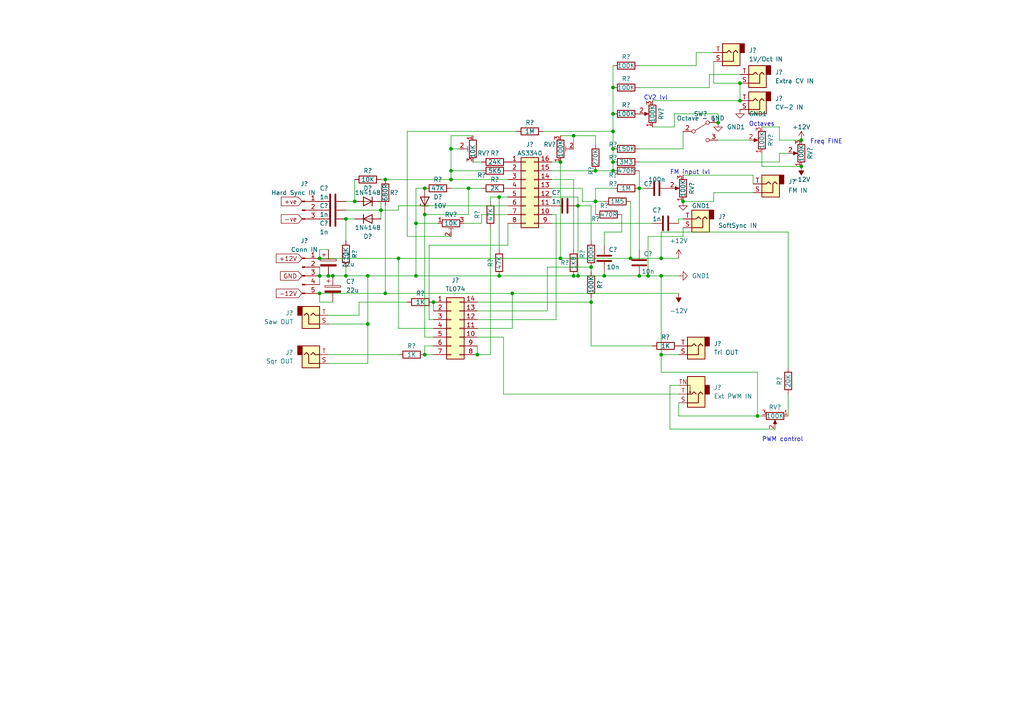
<source format=kicad_sch>
(kicad_sch (version 20211123) (generator eeschema)
  (paper "A4")
  (lib_symbols
    (symbol "Connector:AudioJack2"
      (property "Reference" "J" (at 0 8.89 0))
      (property "Value" "AudioJack2" (at 0 6.35 0))
      (symbol "AudioJack2_0_1"
        (rectangle (start -3.81 0) (end -2.54 -2.54) (stroke (width 0.254)) (fill (type outline)))
        (rectangle (start -2.54 3.81) (end 2.54 -2.54) (stroke (width 0.254)) (fill (type background)))
        (polyline (pts (xy 0 0) (xy 0.635 -0.635) (xy 1.27 0) (xy 2.54 0)) (stroke (width 0.254)))
        (polyline (pts (xy 2.54 2.54) (xy -0.635 2.54) (xy -0.635 0) (xy -1.27 -0.635) (xy -1.905 0)) (stroke (width 0.254)))
      )
      (symbol "AudioJack2_1_1"
        (pin passive line (at 5.08 2.54 180) (length 2.54) (name "~") (number "S"))
        (pin passive line (at 5.08 0 180) (length 2.54) (name "~") (number "T"))
      )
    )
    (symbol "Connector:AudioJack2_SwitchT"
      (property "Reference" "J" (at 0 8.89 0))
      (property "Value" "AudioJack2_SwitchT" (at 0 6.35 0))
      (symbol "AudioJack2_SwitchT_0_1"
        (rectangle (start -2.54 0) (end -3.81 -2.54) (stroke (width 0.254)) (fill (type outline)))
        (polyline (pts (xy 1.778 -0.254) (xy 2.032 -0.762)))
        (polyline (pts (xy 0 0) (xy 0.635 -0.635) (xy 1.27 0) (xy 2.54 0)) (stroke (width 0.254)))
        (polyline (pts (xy 2.54 -2.54) (xy 1.778 -2.54) (xy 1.778 -0.254) (xy 1.524 -0.762)))
        (polyline (pts (xy 2.54 2.54) (xy -0.635 2.54) (xy -0.635 0) (xy -1.27 -0.635) (xy -1.905 0)) (stroke (width 0.254)))
        (rectangle (start 2.54 3.81) (end -2.54 -5.08) (stroke (width 0.254)) (fill (type background)))
      )
      (symbol "AudioJack2_SwitchT_1_1"
        (pin passive line (at 5.08 2.54 180) (length 2.54) (name "~") (number "S"))
        (pin passive line (at 5.08 0 180) (length 2.54) (name "~") (number "T"))
        (pin passive line (at 5.08 -2.54 180) (length 2.54) (name "~") (number "TN"))
      )
    )
    (symbol "Connector:Conn_01x03_Male" (pin_names (offset 1.016) hide)
      (property "Reference" "J" (at 0 5.08 0))
      (property "Value" "Conn_01x03_Male" (at 0 -5.08 0))
      (symbol "Conn_01x03_Male_1_1"
        (polyline (pts (xy 1.27 -2.54) (xy 0.8636 -2.54)) (stroke (width 0.1524)))
        (polyline (pts (xy 1.27 0) (xy 0.8636 0)) (stroke (width 0.1524)))
        (polyline (pts (xy 1.27 2.54) (xy 0.8636 2.54)) (stroke (width 0.1524)))
        (rectangle (start 0.8636 -2.413) (end 0 -2.667) (stroke (width 0.1524)) (fill (type outline)))
        (rectangle (start 0.8636 0.127) (end 0 -0.127) (stroke (width 0.1524)) (fill (type outline)))
        (rectangle (start 0.8636 2.667) (end 0 2.413) (stroke (width 0.1524)) (fill (type outline)))
        (pin passive line (at 5.08 2.54 180) (length 3.81) (name "Pin_1") (number "1"))
        (pin passive line (at 5.08 0 180) (length 3.81) (name "Pin_2") (number "2"))
        (pin passive line (at 5.08 -2.54 180) (length 3.81) (name "Pin_3") (number "3"))
      )
    )
    (symbol "Connector:Conn_01x05_Male" (pin_names (offset 1.016) hide)
      (property "Reference" "J" (at 0 7.62 0))
      (property "Value" "Conn_01x05_Male" (at 0 -7.62 0))
      (symbol "Conn_01x05_Male_1_1"
        (polyline (pts (xy 1.27 -5.08) (xy 0.8636 -5.08)) (stroke (width 0.1524)))
        (polyline (pts (xy 1.27 -2.54) (xy 0.8636 -2.54)) (stroke (width 0.1524)))
        (polyline (pts (xy 1.27 0) (xy 0.8636 0)) (stroke (width 0.1524)))
        (polyline (pts (xy 1.27 2.54) (xy 0.8636 2.54)) (stroke (width 0.1524)))
        (polyline (pts (xy 1.27 5.08) (xy 0.8636 5.08)) (stroke (width 0.1524)))
        (rectangle (start 0.8636 -4.953) (end 0 -5.207) (stroke (width 0.1524)) (fill (type outline)))
        (rectangle (start 0.8636 -2.413) (end 0 -2.667) (stroke (width 0.1524)) (fill (type outline)))
        (rectangle (start 0.8636 0.127) (end 0 -0.127) (stroke (width 0.1524)) (fill (type outline)))
        (rectangle (start 0.8636 2.667) (end 0 2.413) (stroke (width 0.1524)) (fill (type outline)))
        (rectangle (start 0.8636 5.207) (end 0 4.953) (stroke (width 0.1524)) (fill (type outline)))
        (pin passive line (at 5.08 5.08 180) (length 3.81) (name "Pin_1") (number "1"))
        (pin passive line (at 5.08 2.54 180) (length 3.81) (name "Pin_2") (number "2"))
        (pin passive line (at 5.08 0 180) (length 3.81) (name "Pin_3") (number "3"))
        (pin passive line (at 5.08 -2.54 180) (length 3.81) (name "Pin_4") (number "4"))
        (pin passive line (at 5.08 -5.08 180) (length 3.81) (name "Pin_5") (number "5"))
      )
    )
    (symbol "Connector_Generic:Conn_02x07_Counter_Clockwise" (pin_names (offset 1.016) hide)
      (property "Reference" "J" (at 1.27 10.16 0))
      (property "Value" "Conn_02x07_Counter_Clockwise" (at 1.27 -10.16 0))
      (symbol "Conn_02x07_Counter_Clockwise_1_1"
        (rectangle (start -1.27 -7.493) (end 0 -7.747) (stroke (width 0.1524)))
        (rectangle (start -1.27 -4.953) (end 0 -5.207) (stroke (width 0.1524)))
        (rectangle (start -1.27 -2.413) (end 0 -2.667) (stroke (width 0.1524)))
        (rectangle (start -1.27 0.127) (end 0 -0.127) (stroke (width 0.1524)))
        (rectangle (start -1.27 2.667) (end 0 2.413) (stroke (width 0.1524)))
        (rectangle (start -1.27 5.207) (end 0 4.953) (stroke (width 0.1524)))
        (rectangle (start -1.27 7.747) (end 0 7.493) (stroke (width 0.1524)))
        (rectangle (start -1.27 8.89) (end 3.81 -8.89) (stroke (width 0.254)) (fill (type background)))
        (rectangle (start 3.81 -7.493) (end 2.54 -7.747) (stroke (width 0.1524)))
        (rectangle (start 3.81 -4.953) (end 2.54 -5.207) (stroke (width 0.1524)))
        (rectangle (start 3.81 -2.413) (end 2.54 -2.667) (stroke (width 0.1524)))
        (rectangle (start 3.81 0.127) (end 2.54 -0.127) (stroke (width 0.1524)))
        (rectangle (start 3.81 2.667) (end 2.54 2.413) (stroke (width 0.1524)))
        (rectangle (start 3.81 5.207) (end 2.54 4.953) (stroke (width 0.1524)))
        (rectangle (start 3.81 7.747) (end 2.54 7.493) (stroke (width 0.1524)))
        (pin passive line (at -5.08 7.62 0) (length 3.81) (name "Pin_1") (number "1"))
        (pin passive line (at 7.62 -2.54 180) (length 3.81) (name "Pin_10") (number "10"))
        (pin passive line (at 7.62 0 180) (length 3.81) (name "Pin_11") (number "11"))
        (pin passive line (at 7.62 2.54 180) (length 3.81) (name "Pin_12") (number "12"))
        (pin passive line (at 7.62 5.08 180) (length 3.81) (name "Pin_13") (number "13"))
        (pin passive line (at 7.62 7.62 180) (length 3.81) (name "Pin_14") (number "14"))
        (pin passive line (at -5.08 5.08 0) (length 3.81) (name "Pin_2") (number "2"))
        (pin passive line (at -5.08 2.54 0) (length 3.81) (name "Pin_3") (number "3"))
        (pin passive line (at -5.08 0 0) (length 3.81) (name "Pin_4") (number "4"))
        (pin passive line (at -5.08 -2.54 0) (length 3.81) (name "Pin_5") (number "5"))
        (pin passive line (at -5.08 -5.08 0) (length 3.81) (name "Pin_6") (number "6"))
        (pin passive line (at -5.08 -7.62 0) (length 3.81) (name "Pin_7") (number "7"))
        (pin passive line (at 7.62 -7.62 180) (length 3.81) (name "Pin_8") (number "8"))
        (pin passive line (at 7.62 -5.08 180) (length 3.81) (name "Pin_9") (number "9"))
      )
    )
    (symbol "Connector_Generic:Conn_02x08_Counter_Clockwise" (pin_names (offset 1.016) hide)
      (property "Reference" "J" (at 1.27 10.16 0))
      (property "Value" "Conn_02x08_Counter_Clockwise" (at 1.27 -12.7 0))
      (symbol "Conn_02x08_Counter_Clockwise_1_1"
        (rectangle (start -1.27 -10.033) (end 0 -10.287) (stroke (width 0.1524)))
        (rectangle (start -1.27 -7.493) (end 0 -7.747) (stroke (width 0.1524)))
        (rectangle (start -1.27 -4.953) (end 0 -5.207) (stroke (width 0.1524)))
        (rectangle (start -1.27 -2.413) (end 0 -2.667) (stroke (width 0.1524)))
        (rectangle (start -1.27 0.127) (end 0 -0.127) (stroke (width 0.1524)))
        (rectangle (start -1.27 2.667) (end 0 2.413) (stroke (width 0.1524)))
        (rectangle (start -1.27 5.207) (end 0 4.953) (stroke (width 0.1524)))
        (rectangle (start -1.27 7.747) (end 0 7.493) (stroke (width 0.1524)))
        (rectangle (start -1.27 8.89) (end 3.81 -11.43) (stroke (width 0.254)) (fill (type background)))
        (rectangle (start 3.81 -10.033) (end 2.54 -10.287) (stroke (width 0.1524)))
        (rectangle (start 3.81 -7.493) (end 2.54 -7.747) (stroke (width 0.1524)))
        (rectangle (start 3.81 -4.953) (end 2.54 -5.207) (stroke (width 0.1524)))
        (rectangle (start 3.81 -2.413) (end 2.54 -2.667) (stroke (width 0.1524)))
        (rectangle (start 3.81 0.127) (end 2.54 -0.127) (stroke (width 0.1524)))
        (rectangle (start 3.81 2.667) (end 2.54 2.413) (stroke (width 0.1524)))
        (rectangle (start 3.81 5.207) (end 2.54 4.953) (stroke (width 0.1524)))
        (rectangle (start 3.81 7.747) (end 2.54 7.493) (stroke (width 0.1524)))
        (pin passive line (at -5.08 7.62 0) (length 3.81) (name "Pin_1") (number "1"))
        (pin passive line (at 7.62 -7.62 180) (length 3.81) (name "Pin_10") (number "10"))
        (pin passive line (at 7.62 -5.08 180) (length 3.81) (name "Pin_11") (number "11"))
        (pin passive line (at 7.62 -2.54 180) (length 3.81) (name "Pin_12") (number "12"))
        (pin passive line (at 7.62 0 180) (length 3.81) (name "Pin_13") (number "13"))
        (pin passive line (at 7.62 2.54 180) (length 3.81) (name "Pin_14") (number "14"))
        (pin passive line (at 7.62 5.08 180) (length 3.81) (name "Pin_15") (number "15"))
        (pin passive line (at 7.62 7.62 180) (length 3.81) (name "Pin_16") (number "16"))
        (pin passive line (at -5.08 5.08 0) (length 3.81) (name "Pin_2") (number "2"))
        (pin passive line (at -5.08 2.54 0) (length 3.81) (name "Pin_3") (number "3"))
        (pin passive line (at -5.08 0 0) (length 3.81) (name "Pin_4") (number "4"))
        (pin passive line (at -5.08 -2.54 0) (length 3.81) (name "Pin_5") (number "5"))
        (pin passive line (at -5.08 -5.08 0) (length 3.81) (name "Pin_6") (number "6"))
        (pin passive line (at -5.08 -7.62 0) (length 3.81) (name "Pin_7") (number "7"))
        (pin passive line (at -5.08 -10.16 0) (length 3.81) (name "Pin_8") (number "8"))
        (pin passive line (at 7.62 -10.16 180) (length 3.81) (name "Pin_9") (number "9"))
      )
    )
    (symbol "Device:C" (pin_numbers hide) (pin_names (offset 0.254))
      (property "Reference" "C" (at 0.635 2.54 0))
      (property "Value" "C" (at 0.635 -2.54 0))
      (symbol "C_0_1"
        (polyline (pts (xy -2.032 -0.762) (xy 2.032 -0.762)) (stroke (width 0.508)))
        (polyline (pts (xy -2.032 0.762) (xy 2.032 0.762)) (stroke (width 0.508)))
      )
      (symbol "C_1_1"
        (pin passive line (at 0 3.81 270) (length 2.794) (name "~") (number "1"))
        (pin passive line (at 0 -3.81 90) (length 2.794) (name "~") (number "2"))
      )
    )
    (symbol "Device:C_Polarized" (pin_numbers hide) (pin_names (offset 0.254))
      (property "Reference" "C" (at 0.635 2.54 0))
      (property "Value" "C_Polarized" (at 0.635 -2.54 0))
      (symbol "C_Polarized_0_1"
        (rectangle (start -2.286 0.508) (end 2.286 1.016))
        (polyline (pts (xy -1.778 2.286) (xy -0.762 2.286)))
        (polyline (pts (xy -1.27 2.794) (xy -1.27 1.778)))
        (rectangle (start 2.286 -0.508) (end -2.286 -1.016) (fill (type outline)))
      )
      (symbol "C_Polarized_1_1"
        (pin passive line (at 0 3.81 270) (length 2.794) (name "~") (number "1"))
        (pin passive line (at 0 -3.81 90) (length 2.794) (name "~") (number "2"))
      )
    )
    (symbol "Device:D_Zener" (pin_numbers hide) (pin_names (offset 1.016) hide)
      (property "Reference" "D" (at 0 2.54 0))
      (property "Value" "D_Zener" (at 0 -2.54 0))
      (symbol "D_Zener_0_1"
        (polyline (pts (xy 1.27 0) (xy -1.27 0)))
        (polyline (pts (xy -1.27 -1.27) (xy -1.27 1.27) (xy -0.762 1.27)) (stroke (width 0.254)))
        (polyline (pts (xy 1.27 -1.27) (xy 1.27 1.27) (xy -1.27 0) (xy 1.27 -1.27)) (stroke (width 0.254)))
      )
      (symbol "D_Zener_1_1"
        (pin passive line (at -3.81 0 0) (length 2.54) (name "K") (number "1"))
        (pin passive line (at 3.81 0 180) (length 2.54) (name "A") (number "2"))
      )
    )
    (symbol "Device:R" (pin_numbers hide) (pin_names (offset 0))
      (property "Reference" "R" (at 2.032 0 90))
      (property "Value" "R" (at 0 0 90))
      (symbol "R_0_1"
        (rectangle (start -1.016 -2.54) (end 1.016 2.54) (stroke (width 0.254)))
      )
      (symbol "R_1_1"
        (pin passive line (at 0 3.81 270) (length 1.27) (name "~") (number "1"))
        (pin passive line (at 0 -3.81 90) (length 1.27) (name "~") (number "2"))
      )
    )
    (symbol "Device:R_Potentiometer" (pin_names (offset 1.016) hide)
      (property "Reference" "RV" (at -4.445 0 90))
      (property "Value" "R_Potentiometer" (at -2.54 0 90))
      (symbol "R_Potentiometer_0_1"
        (polyline (pts (xy 2.54 0) (xy 1.524 0)))
        (polyline (pts (xy 1.143 0) (xy 2.286 0.508) (xy 2.286 -0.508) (xy 1.143 0)) (fill (type outline)))
        (rectangle (start 1.016 2.54) (end -1.016 -2.54) (stroke (width 0.254)))
      )
      (symbol "R_Potentiometer_1_1"
        (pin passive line (at 0 3.81 270) (length 1.27) (name "1") (number "1"))
        (pin passive line (at 3.81 0 180) (length 1.27) (name "2") (number "2"))
        (pin passive line (at 0 -3.81 90) (length 1.27) (name "3") (number "3"))
      )
    )
    (symbol "Device:R_Potentiometer_Trim" (pin_names (offset 1.016) hide)
      (property "Reference" "RV" (at -4.445 0 90))
      (property "Value" "R_Potentiometer_Trim" (at -2.54 0 90))
      (symbol "R_Potentiometer_Trim_0_1"
        (polyline (pts (xy 1.524 0.762) (xy 1.524 -0.762)))
        (polyline (pts (xy 2.54 0) (xy 1.524 0)))
        (rectangle (start 1.016 2.54) (end -1.016 -2.54) (stroke (width 0.254)))
      )
      (symbol "R_Potentiometer_Trim_1_1"
        (pin passive line (at 0 3.81 270) (length 1.27) (name "1") (number "1"))
        (pin passive line (at 3.81 0 180) (length 1.27) (name "2") (number "2"))
        (pin passive line (at 0 -3.81 90) (length 1.27) (name "3") (number "3"))
      )
    )
    (symbol "Diode:1N4148" (pin_numbers hide) (pin_names (offset 1.016) hide)
      (property "Reference" "D" (at 0 2.54 0))
      (property "Value" "1N4148" (at 0 -2.54 0))
      (symbol "1N4148_0_1"
        (polyline (pts (xy -1.27 1.27) (xy -1.27 -1.27)) (stroke (width 0.254)))
        (polyline (pts (xy 1.27 0) (xy -1.27 0)))
        (polyline (pts (xy 1.27 1.27) (xy 1.27 -1.27) (xy -1.27 0) (xy 1.27 1.27)) (stroke (width 0.254)))
      )
      (symbol "1N4148_1_1"
        (pin passive line (at -3.81 0 0) (length 2.54) (name "K") (number "1"))
        (pin passive line (at 3.81 0 180) (length 2.54) (name "A") (number "2"))
      )
    )
    (symbol "Switch:SW_SPDT" (pin_names (offset 0) hide)
      (property "Reference" "SW" (at 0 4.318 0))
      (property "Value" "SW_SPDT" (at 0 -5.08 0))
      (symbol "SW_SPDT_0_0"
        (circle (center -2.032 0) (radius 0.508))
        (circle (center 2.032 -2.54) (radius 0.508))
      )
      (symbol "SW_SPDT_0_1"
        (polyline (pts (xy -1.524 0.254) (xy 1.651 2.286)))
        (circle (center 2.032 2.54) (radius 0.508))
      )
      (symbol "SW_SPDT_1_1"
        (pin passive line (at 5.08 2.54 180) (length 2.54) (name "A") (number "1"))
        (pin passive line (at -5.08 0 0) (length 2.54) (name "B") (number "2"))
        (pin passive line (at 5.08 -2.54 180) (length 2.54) (name "C") (number "3"))
      )
    )
    (symbol "power:+12V" (power) (pin_names (offset 0))
      (property "Value" "+12V" (at 0 3.556 0))
      (symbol "+12V_0_1"
        (polyline (pts (xy -0.762 1.27) (xy 0 2.54)))
        (polyline (pts (xy 0 0) (xy 0 2.54)))
        (polyline (pts (xy 0 2.54) (xy 0.762 1.27)))
      )
      (symbol "+12V_1_1"
        (pin power_in line (at 0 0 90) (length 0) hide (name "+12V") (number "1"))
      )
    )
    (symbol "power:-12V" (power) (pin_names (offset 0))
      (property "Value" "-12V" (at 0 3.81 0))
      (symbol "-12V_0_0"
        (pin power_in line (at 0 0 90) (length 0) hide (name "-12V") (number "1"))
      )
      (symbol "-12V_0_1"
        (polyline (pts (xy 0 0) (xy 0 1.27) (xy 0.762 1.27) (xy 0 2.54) (xy -0.762 1.27) (xy 0 1.27)) (fill (type outline)))
      )
    )
    (symbol "power:GND1" (power) (pin_names (offset 0))
      (property "Value" "GND1" (at 0 -3.81 0))
      (symbol "GND1_0_1"
        (polyline (pts (xy 0 0) (xy 0 -1.27) (xy 1.27 -1.27) (xy 0 -2.54) (xy -1.27 -1.27) (xy 0 -1.27)))
      )
      (symbol "GND1_1_1"
        (pin power_in line (at 0 0 270) (length 0) hide (name "GND1") (number "1"))
      )
    )
  )
  (junction (at 166.37 80.01))
  (junction (at 167.64 59.69))
  (junction (at 130.81 52.07))
  (junction (at 175.26 80.01))
  (junction (at 219.71 120.65))
  (junction (at 177.8 46.99))
  (junction (at 172.72 58.42))
  (junction (at 130.81 43.18))
  (junction (at 111.76 52.07))
  (junction (at 144.78 80.01))
  (junction (at 177.8 38.1))
  (junction (at 135.89 54.61))
  (junction (at 125.73 87.63))
  (junction (at 182.88 74.93))
  (junction (at 171.45 77.47))
  (junction (at 120.65 64.77))
  (junction (at 172.72 49.53))
  (junction (at 214.63 29.21))
  (junction (at 177.8 43.18))
  (junction (at 177.8 33.02))
  (junction (at 166.37 39.37))
  (junction (at 92.71 74.93))
  (junction (at 100.33 63.5))
  (junction (at 191.77 80.01))
  (junction (at 123.19 102.87))
  (junction (at 162.56 74.93))
  (junction (at 148.59 85.09))
  (junction (at 110.49 60.96))
  (junction (at 167.64 80.01))
  (junction (at 115.57 74.93))
  (junction (at 111.76 85.09))
  (junction (at 177.8 25.4))
  (junction (at 162.56 46.99))
  (junction (at 185.42 54.61))
  (junction (at 171.45 87.63))
  (junction (at 138.43 102.87))
  (junction (at 144.78 57.15))
  (junction (at 177.8 49.53))
  (junction (at 123.19 54.61))
  (junction (at 185.42 80.01))
  (junction (at 100.33 80.01))
  (junction (at 96.52 80.01))
  (junction (at 102.87 58.42))
  (junction (at 95.25 80.01))
  (junction (at 92.71 80.01))
  (junction (at 191.77 102.87))
  (junction (at 106.68 80.01))
  (junction (at 130.81 49.53))
  (junction (at 232.41 40.64))
  (junction (at 198.12 58.42))
  (junction (at 120.65 80.01))
  (junction (at 106.68 93.98))
  (junction (at 208.28 35.56))
  (junction (at 92.71 85.09))
  (junction (at 187.96 80.01))
  (junction (at 232.41 48.26))
  (junction (at 214.63 24.13))
  (junction (at 123.19 62.23))
  (junction (at 191.77 74.93))
  (wire (pts (xy 125.73 95.25) (xy 115.57 95.25)))
  (wire (pts (xy 120.65 64.77) (xy 120.65 80.01)))
  (wire (pts (xy 115.57 74.93) (xy 115.57 95.25)))
  (wire (pts (xy 95.25 102.87) (xy 115.57 102.87)))
  (wire (pts (xy 124.46 92.71) (xy 125.73 92.71)))
  (wire (pts (xy 167.64 57.15) (xy 167.64 59.69)))
  (wire (pts (xy 100.33 60.96) (xy 110.49 60.96)))
  (wire (pts (xy 125.73 97.79) (xy 123.19 97.79)))
  (wire (pts (xy 171.45 100.33) (xy 189.23 100.33)))
  (wire (pts (xy 195.58 36.83) (xy 195.58 33.02)))
  (wire (pts (xy 120.65 80.01) (xy 144.78 80.01)))
  (wire (pts (xy 189.23 36.83) (xy 195.58 36.83)))
  (wire (pts (xy 146.05 97.79) (xy 146.05 114.3)))
  (wire (pts (xy 137.16 39.37) (xy 130.81 39.37)))
  (wire (pts (xy 172.72 39.37) (xy 172.72 41.91)))
  (wire (pts (xy 124.46 71.12) (xy 124.46 92.71)))
  (wire (pts (xy 146.05 114.3) (xy 196.85 114.3)))
  (wire (pts (xy 172.72 54.61) (xy 172.72 58.42)))
  (wire (pts (xy 196.85 116.84) (xy 196.85 120.65)))
  (wire (pts (xy 185.42 54.61) (xy 185.42 72.39)))
  (wire (pts (xy 191.77 67.31) (xy 228.6 67.31)))
  (wire (pts (xy 130.81 43.18) (xy 133.35 43.18)))
  (wire (pts (xy 185.42 54.61) (xy 186.69 54.61)))
  (wire (pts (xy 162.56 46.99) (xy 162.56 74.93)))
  (wire (pts (xy 171.45 77.47) (xy 158.75 77.47)))
  (wire (pts (xy 171.45 87.63) (xy 171.45 100.33)))
  (wire (pts (xy 142.24 57.15) (xy 142.24 58.42)))
  (wire (pts (xy 182.88 74.93) (xy 191.77 74.93)))
  (wire (pts (xy 180.34 67.31) (xy 175.26 67.31)))
  (wire (pts (xy 125.73 87.63) (xy 125.73 90.17)))
  (wire (pts (xy 185.42 19.05) (xy 201.93 19.05)))
  (wire (pts (xy 228.6 44.45) (xy 226.06 44.45)))
  (wire (pts (xy 198.12 66.04) (xy 198.12 68.58)))
  (wire (pts (xy 95.25 80.01) (xy 96.52 80.01)))
  (wire (pts (xy 226.06 40.64) (xy 232.41 40.64)))
  (wire (pts (xy 219.71 107.95) (xy 191.77 107.95)))
  (wire (pts (xy 167.64 80.01) (xy 175.26 80.01)))
  (wire (pts (xy 218.44 50.8) (xy 218.44 53.34)))
  (wire (pts (xy 201.93 15.24) (xy 207.01 15.24)))
  (wire (pts (xy 92.71 80.01) (xy 92.71 82.55)))
  (wire (pts (xy 185.42 49.53) (xy 185.42 54.61)))
  (wire (pts (xy 194.31 124.46) (xy 224.79 124.46)))
  (wire (pts (xy 160.02 46.99) (xy 162.56 46.99)))
  (wire (pts (xy 160.02 64.77) (xy 189.23 64.77)))
  (wire (pts (xy 148.59 85.09) (xy 196.85 85.09)))
  (wire (pts (xy 100.33 63.5) (xy 102.87 63.5)))
  (wire (pts (xy 111.76 59.69) (xy 111.76 85.09)))
  (wire (pts (xy 207.01 17.78) (xy 207.01 24.13)))
  (wire (pts (xy 189.23 29.21) (xy 214.63 29.21)))
  (wire (pts (xy 171.45 77.47) (xy 171.45 78.74)))
  (wire (pts (xy 111.76 52.07) (xy 130.81 52.07)))
  (wire (pts (xy 207.01 58.42) (xy 198.12 58.42)))
  (wire (pts (xy 168.91 58.42) (xy 168.91 54.61)))
  (wire (pts (xy 185.42 80.01) (xy 187.96 80.01)))
  (wire (pts (xy 226.06 44.45) (xy 226.06 46.99)))
  (wire (pts (xy 185.42 25.4) (xy 205.74 25.4)))
  (wire (pts (xy 171.45 86.36) (xy 171.45 87.63)))
  (wire (pts (xy 120.65 54.61) (xy 120.65 64.77)))
  (wire (pts (xy 196.85 120.65) (xy 219.71 120.65)))
  (wire (pts (xy 201.93 19.05) (xy 201.93 15.24)))
  (wire (pts (xy 191.77 74.93) (xy 191.77 67.31)))
  (wire (pts (xy 138.43 100.33) (xy 138.43 102.87)))
  (wire (pts (xy 118.11 68.58) (xy 118.11 38.1)))
  (wire (pts (xy 102.87 52.07) (xy 102.87 58.42)))
  (wire (pts (xy 95.25 72.39) (xy 92.71 72.39)))
  (wire (pts (xy 147.32 64.77) (xy 147.32 71.12)))
  (wire (pts (xy 182.88 58.42) (xy 182.88 74.93)))
  (wire (pts (xy 134.62 64.77) (xy 139.7 64.77)))
  (wire (pts (xy 207.01 55.88) (xy 218.44 55.88)))
  (wire (pts (xy 130.81 52.07) (xy 147.32 52.07)))
  (wire (pts (xy 92.71 85.09) (xy 92.71 87.63)))
  (wire (pts (xy 100.33 58.42) (xy 102.87 58.42)))
  (wire (pts (xy 130.81 49.53) (xy 139.7 49.53)))
  (wire (pts (xy 142.24 66.04) (xy 142.24 102.87)))
  (wire (pts (xy 175.26 67.31) (xy 175.26 71.12)))
  (wire (pts (xy 92.71 74.93) (xy 115.57 74.93)))
  (wire (pts (xy 196.85 63.5) (xy 196.85 64.77)))
  (wire (pts (xy 172.72 58.42) (xy 168.91 58.42)))
  (wire (pts (xy 191.77 107.95) (xy 191.77 102.87)))
  (wire (pts (xy 110.49 58.42) (xy 110.49 60.96)))
  (wire (pts (xy 207.01 24.13) (xy 214.63 24.13)))
  (wire (pts (xy 168.91 54.61) (xy 160.02 54.61)))
  (wire (pts (xy 160.02 62.23) (xy 161.29 62.23)))
  (wire (pts (xy 96.52 80.01) (xy 100.33 80.01)))
  (wire (pts (xy 96.52 87.63) (xy 92.71 87.63)))
  (wire (pts (xy 123.19 100.33) (xy 123.19 102.87)))
  (wire (pts (xy 106.68 93.98) (xy 106.68 105.41)))
  (wire (pts (xy 205.74 25.4) (xy 205.74 21.59)))
  (wire (pts (xy 167.64 59.69) (xy 167.64 80.01)))
  (wire (pts (xy 111.76 85.09) (xy 148.59 85.09)))
  (wire (pts (xy 147.32 71.12) (xy 124.46 71.12)))
  (wire (pts (xy 110.49 60.96) (xy 110.49 63.5)))
  (wire (pts (xy 166.37 39.37) (xy 172.72 39.37)))
  (wire (pts (xy 92.71 77.47) (xy 92.71 80.01)))
  (wire (pts (xy 177.8 43.18) (xy 177.8 46.99)))
  (wire (pts (xy 220.98 48.26) (xy 232.41 48.26)))
  (wire (pts (xy 177.8 25.4) (xy 177.8 33.02)))
  (wire (pts (xy 219.71 120.65) (xy 219.71 107.95)))
  (wire (pts (xy 95.25 105.41) (xy 106.68 105.41)))
  (wire (pts (xy 118.11 38.1) (xy 149.86 38.1)))
  (wire (pts (xy 138.43 95.25) (xy 148.59 95.25)))
  (wire (pts (xy 226.06 46.99) (xy 185.42 46.99)))
  (wire (pts (xy 95.25 93.98) (xy 106.68 93.98)))
  (wire (pts (xy 92.71 72.39) (xy 92.71 74.93)))
  (wire (pts (xy 180.34 62.23) (xy 180.34 67.31)))
  (wire (pts (xy 171.45 59.69) (xy 171.45 69.85)))
  (wire (pts (xy 110.49 60.96) (xy 115.57 60.96)))
  (wire (pts (xy 220.98 44.45) (xy 220.98 48.26)))
  (wire (pts (xy 106.68 93.98) (xy 106.68 80.01)))
  (wire (pts (xy 208.28 40.64) (xy 217.17 40.64)))
  (wire (pts (xy 139.7 62.23) (xy 147.32 62.23)))
  (wire (pts (xy 175.26 78.74) (xy 175.26 80.01)))
  (wire (pts (xy 175.26 80.01) (xy 185.42 80.01)))
  (wire (pts (xy 191.77 74.93) (xy 196.85 74.93)))
  (wire (pts (xy 214.63 24.13) (xy 214.63 29.21)))
  (wire (pts (xy 160.02 49.53) (xy 172.72 49.53)))
  (wire (pts (xy 142.24 102.87) (xy 138.43 102.87)))
  (wire (pts (xy 115.57 74.93) (xy 162.56 74.93)))
  (wire (pts (xy 191.77 102.87) (xy 191.77 80.01)))
  (wire (pts (xy 198.12 43.18) (xy 185.42 43.18)))
  (wire (pts (xy 95.25 91.44) (xy 104.14 91.44)))
  (wire (pts (xy 208.28 33.02) (xy 208.28 35.56)))
  (wire (pts (xy 100.33 63.5) (xy 100.33 69.85)))
  (wire (pts (xy 195.58 33.02) (xy 208.28 33.02)))
  (wire (pts (xy 135.89 54.61) (xy 135.89 62.23)))
  (wire (pts (xy 130.81 68.58) (xy 118.11 68.58)))
  (wire (pts (xy 110.49 52.07) (xy 111.76 52.07)))
  (wire (pts (xy 191.77 80.01) (xy 196.85 80.01)))
  (wire (pts (xy 138.43 92.71) (xy 161.29 92.71)))
  (wire (pts (xy 205.74 21.59) (xy 214.63 21.59)))
  (wire (pts (xy 228.6 67.31) (xy 228.6 106.68)))
  (wire (pts (xy 144.78 57.15) (xy 142.24 57.15)))
  (wire (pts (xy 144.78 57.15) (xy 144.78 72.39)))
  (wire (pts (xy 160.02 52.07) (xy 166.37 52.07)))
  (wire (pts (xy 100.33 80.01) (xy 106.68 80.01)))
  (wire (pts (xy 125.73 100.33) (xy 123.19 100.33)))
  (wire (pts (xy 172.72 49.53) (xy 177.8 49.53)))
  (wire (pts (xy 161.29 92.71) (xy 161.29 62.23)))
  (wire (pts (xy 220.98 36.83) (xy 226.06 36.83)))
  (wire (pts (xy 92.71 80.01) (xy 95.25 80.01)))
  (wire (pts (xy 158.75 77.47) (xy 158.75 90.17)))
  (wire (pts (xy 160.02 57.15) (xy 167.64 57.15)))
  (wire (pts (xy 123.19 102.87) (xy 125.73 102.87)))
  (wire (pts (xy 172.72 58.42) (xy 175.26 58.42)))
  (wire (pts (xy 177.8 54.61) (xy 172.72 54.61)))
  (wire (pts (xy 92.71 85.09) (xy 111.76 85.09)))
  (wire (pts (xy 166.37 80.01) (xy 167.64 80.01)))
  (wire (pts (xy 130.81 39.37) (xy 130.81 43.18)))
  (wire (pts (xy 207.01 55.88) (xy 207.01 58.42)))
  (wire (pts (xy 106.68 80.01) (xy 120.65 80.01)))
  (wire (pts (xy 191.77 102.87) (xy 196.85 102.87)))
  (wire (pts (xy 177.8 46.99) (xy 177.8 49.53)))
  (wire (pts (xy 137.16 46.99) (xy 139.7 46.99)))
  (wire (pts (xy 123.19 62.23) (xy 123.19 97.79)))
  (wire (pts (xy 135.89 54.61) (xy 139.7 54.61)))
  (wire (pts (xy 219.71 120.65) (xy 220.98 120.65)))
  (wire (pts (xy 166.37 72.39) (xy 166.37 52.07)))
  (wire (pts (xy 138.43 90.17) (xy 158.75 90.17)))
  (wire (pts (xy 228.6 114.3) (xy 228.6 120.65)))
  (wire (pts (xy 130.81 54.61) (xy 135.89 54.61)))
  (wire (pts (xy 104.14 91.44) (xy 104.14 87.63)))
  (wire (pts (xy 172.72 58.42) (xy 172.72 62.23)))
  (wire (pts (xy 226.06 36.83) (xy 226.06 40.64)))
  (wire (pts (xy 123.19 62.23) (xy 135.89 62.23)))
  (wire (pts (xy 196.85 111.76) (xy 194.31 111.76)))
  (wire (pts (xy 198.12 63.5) (xy 196.85 63.5)))
  (wire (pts (xy 115.57 59.69) (xy 115.57 60.96)))
  (wire (pts (xy 166.37 43.18) (xy 166.37 39.37)))
  (wire (pts (xy 100.33 77.47) (xy 100.33 80.01)))
  (wire (pts (xy 147.32 59.69) (xy 115.57 59.69)))
  (wire (pts (xy 198.12 38.1) (xy 198.12 43.18)))
  (wire (pts (xy 130.81 43.18) (xy 130.81 49.53)))
  (wire (pts (xy 139.7 64.77) (xy 139.7 62.23)))
  (wire (pts (xy 144.78 57.15) (xy 147.32 57.15)))
  (wire (pts (xy 144.78 80.01) (xy 166.37 80.01)))
  (wire (pts (xy 104.14 87.63) (xy 118.11 87.63)))
  (wire (pts (xy 120.65 64.77) (xy 127 64.77)))
  (wire (pts (xy 162.56 74.93) (xy 182.88 74.93)))
  (wire (pts (xy 167.64 59.69) (xy 171.45 59.69)))
  (wire (pts (xy 138.43 87.63) (xy 171.45 87.63)))
  (wire (pts (xy 123.19 54.61) (xy 120.65 54.61)))
  (wire (pts (xy 198.12 50.8) (xy 218.44 50.8)))
  (wire (pts (xy 157.48 38.1) (xy 177.8 38.1)))
  (wire (pts (xy 177.8 19.05) (xy 177.8 25.4)))
  (wire (pts (xy 194.31 111.76) (xy 194.31 124.46)))
  (wire (pts (xy 130.81 49.53) (xy 130.81 52.07)))
  (wire (pts (xy 198.12 68.58) (xy 187.96 68.58)))
  (wire (pts (xy 162.56 39.37) (xy 166.37 39.37)))
  (wire (pts (xy 187.96 80.01) (xy 191.77 80.01)))
  (wire (pts (xy 187.96 68.58) (xy 187.96 80.01)))
  (wire (pts (xy 177.8 38.1) (xy 177.8 43.18)))
  (wire (pts (xy 148.59 85.09) (xy 148.59 95.25)))
  (wire (pts (xy 138.43 97.79) (xy 146.05 97.79)))
  (wire (pts (xy 177.8 33.02) (xy 177.8 38.1)))
  (text "Freq FINE" (at 234.95 41.91 0) (effects (font (size 1.27 1.27)) (justify left bottom)))
  (text "PWM control\n" (at 220.98 128.27 0) (effects (font (size 1.27 1.27)) (justify left bottom)))
  (text "FM input lvl\n" (at 194.31 50.8 0) (effects (font (size 1.27 1.27)) (justify left bottom)))
  (text "CV2 lvl\n" (at 186.69 29.21 0) (effects (font (size 1.27 1.27)) (justify left bottom)))
  (text "Octaves" (at 217.17 36.83 0) (effects (font (size 1.27 1.27)) (justify left bottom)))
  (global_label "-12V" (shape input) (at 87.63 85.09 180) (property "Intersheet References" "${INTERSHEET_REFS}" (effects hide)))
  (global_label "+ve" (shape input) (at 87.63 58.42 180) (property "Intersheet References" "${INTERSHEET_REFS}" (effects hide)))
  (global_label "GND" (shape input) (at 87.63 80.01 180) (property "Intersheet References" "${INTERSHEET_REFS}" (effects hide)))
  (global_label "-ve" (shape input) (at 87.63 63.5 180) (property "Intersheet References" "${INTERSHEET_REFS}" (effects hide)))
  (global_label "+12V" (shape input) (at 87.63 74.93 180) (property "Intersheet References" "${INTERSHEET_REFS}" (effects hide)))
  (symbol (lib_id "Device:R") (at 181.61 54.61 270) (unit 1)
    (property "Reference" "R?" (at 177.8 53.34 90))
    (property "Value" "1M" (at 181.61 54.61 90))
  )
  (symbol (lib_id "Connector:AudioJack2_SwitchT") (at 201.93 114.3 180) (unit 1)
    (property "Reference" "J?" (at 207.01 112.3949 0) (effects (justify right)))
    (property "Value" "Ext PWM IN" (at 207.01 114.9349 0) (effects (justify right)))
  )
  (symbol (lib_id "power:GND1") (at 196.85 80.01 90) (unit 1)
    (property "Reference" "#PWR?" (effects hide))
    (property "Value" "GND1" (at 200.66 80.0099 90) (effects (justify right)))
  )
  (symbol (lib_id "Device:C") (at 163.83 59.69 90) (unit 1)
    (property "Reference" "C?" (at 161.29 55.88 90))
    (property "Value" "1n" (at 161.29 58.42 90))
  )
  (symbol (lib_id "Connector:Conn_01x05_Male") (at 87.63 80.01 0) (unit 1)
    (property "Reference" "J?" (at 88.265 69.85 0))
    (property "Value" "Conn IN" (at 88.265 72.39 0))
  )
  (symbol (lib_id "Device:R") (at 106.68 52.07 270) (unit 1)
    (property "Reference" "R?" (at 106.68 49.53 90))
    (property "Value" "10K" (at 106.68 52.07 90))
  )
  (symbol (lib_id "Device:R") (at 142.24 62.23 180) (unit 1)
    (property "Reference" "R?" (at 138.43 62.23 90))
    (property "Value" "47K" (at 142.24 62.23 90))
  )
  (symbol (lib_id "Connector_Generic:Conn_02x08_Counter_Clockwise") (at 152.4 54.61 0) (unit 1)
    (property "Reference" "J?" (at 153.67 41.91 0))
    (property "Value" "AS3340" (at 153.67 44.45 0))
  )
  (symbol (lib_id "Connector:AudioJack2") (at 201.93 100.33 180) (unit 1)
    (property "Reference" "J?" (at 207.01 99.6949 0) (effects (justify right)))
    (property "Value" "Tri OUT" (at 207.01 102.2349 0) (effects (justify right)))
  )
  (symbol (lib_id "Device:R_Potentiometer_Trim") (at 130.81 64.77 90) (mirror x) (unit 1)
    (property "Reference" "RV?" (at 130.81 62.23 90))
    (property "Value" "10K" (at 130.81 64.77 90))
  )
  (symbol (lib_id "power:GND1") (at 208.28 35.56 0) (unit 1)
    (property "Reference" "#PWR?" (effects hide))
    (property "Value" "GND1" (at 210.82 36.8299 0) (effects (justify left)))
  )
  (symbol (lib_id "Device:R") (at 143.51 49.53 90) (unit 1)
    (property "Reference" "R?" (at 139.7 50.8 90))
    (property "Value" "5K6" (at 143.51 49.53 90))
  )
  (symbol (lib_id "Switch:SW_SPDT") (at 203.2 38.1 0) (unit 1)
    (property "Reference" "SW?" (at 203.2 33.02 0))
    (property "Value" "Octave - GND" (at 203.2 34.29 0))
  )
  (symbol (lib_id "Device:R") (at 119.38 102.87 90) (unit 1)
    (property "Reference" "R?" (at 119.38 100.33 90))
    (property "Value" "1K" (at 119.38 102.87 90))
  )
  (symbol (lib_id "Device:R") (at 181.61 43.18 270) (unit 1)
    (property "Reference" "R?" (at 177.8 41.91 90))
    (property "Value" "150K" (at 181.61 43.18 90))
  )
  (symbol (lib_id "Device:D_Zener") (at 123.19 58.42 90) (unit 1)
    (property "Reference" "D?" (at 125.73 57.1499 90) (effects (justify right)))
    (property "Value" "10V" (at 125.73 59.6899 90) (effects (justify right)))
  )
  (symbol (lib_id "Connector_Generic:Conn_02x07_Counter_Clockwise") (at 130.81 95.25 0) (unit 1)
    (property "Reference" "J?" (at 132.08 81.28 0))
    (property "Value" "TL074" (at 132.08 83.82 0))
  )
  (symbol (lib_id "Device:R") (at 228.6 110.49 180) (unit 1)
    (property "Reference" "R?" (at 226.06 110.49 90))
    (property "Value" "20K" (at 228.6 110.49 90))
  )
  (symbol (lib_id "Connector:AudioJack2") (at 203.2 63.5 180) (unit 1)
    (property "Reference" "J?" (at 208.28 62.8649 0) (effects (justify right)))
    (property "Value" "SoftSync IN" (at 208.28 65.4049 0) (effects (justify right)))
  )
  (symbol (lib_id "Device:R") (at 143.51 54.61 90) (unit 1)
    (property "Reference" "R?" (at 143.51 52.07 90))
    (property "Value" "2K" (at 143.51 54.61 90))
  )
  (symbol (lib_id "power:-12V") (at 196.85 85.09 180) (unit 1)
    (property "Reference" "#PWR?" (effects hide))
    (property "Value" "-12V" (at 196.85 90.17 0))
  )
  (symbol (lib_id "Diode:1N4148") (at 106.68 58.42 180) (unit 1)
    (property "Reference" "D?" (at 106.68 54.61 0))
    (property "Value" "1N4148" (at 106.68 55.88 0))
    (property "Footprint" "Diode_THT:D_DO-35_SOD27_P7.62mm_Horizontal" (effects hide))
    (property "Datasheet" "https://assets.nexperia.com/documents/data-sheet/1N4148_1N4448.pdf" (effects hide))
  )
  (symbol (lib_id "Connector:AudioJack2") (at 90.17 91.44 0) (mirror x) (unit 1)
    (property "Reference" "J?" (at 85.09 90.8049 0) (effects (justify right)))
    (property "Value" "Saw OUT" (at 85.09 93.3449 0) (effects (justify right)))
  )
  (symbol (lib_id "Connector:AudioJack2") (at 219.71 21.59 180) (unit 1)
    (property "Reference" "J?" (at 224.79 20.9549 0) (effects (justify right)))
    (property "Value" "Extra CV IN" (at 224.79 23.4949 0) (effects (justify right)))
  )
  (symbol (lib_id "Diode:1N4148") (at 106.68 63.5 0) (unit 1)
    (property "Reference" "D?" (at 106.68 68.58 0))
    (property "Value" "1N4148" (at 106.68 66.04 0))
    (property "Footprint" "Diode_THT:D_DO-35_SOD27_P7.62mm_Horizontal" (effects hide))
    (property "Datasheet" "https://assets.nexperia.com/documents/data-sheet/1N4148_1N4448.pdf" (effects hide))
  )
  (symbol (lib_id "Device:R") (at 144.78 76.2 180) (unit 1)
    (property "Reference" "R?" (at 142.24 76.2 90))
    (property "Value" "47K" (at 144.78 76.2 90))
  )
  (symbol (lib_id "power:-12V") (at 232.41 48.26 180) (unit 1)
    (property "Reference" "#PWR?" (effects hide))
    (property "Value" "-12V" (at 232.41 52.07 0))
  )
  (symbol (lib_id "Device:R") (at 100.33 73.66 0) (unit 1)
    (property "Reference" "R?" (at 102.87 73.66 90))
    (property "Value" "10K" (at 100.33 73.66 90))
  )
  (symbol (lib_id "Device:R") (at 171.45 73.66 0) (unit 1)
    (property "Reference" "R?" (at 168.91 73.66 90))
    (property "Value" "100K" (at 171.45 73.66 90))
  )
  (symbol (lib_id "Device:C") (at 175.26 74.93 180) (unit 1)
    (property "Reference" "C?" (at 177.8 72.39 0))
    (property "Value" "10n" (at 177.8 77.47 0))
  )
  (symbol (lib_id "Connector:AudioJack2") (at 90.17 102.87 0) (mirror x) (unit 1)
    (property "Reference" "J?" (at 85.09 102.2349 0) (effects (justify right)))
    (property "Value" "Sqr OUT" (at 85.09 104.7749 0) (effects (justify right)))
  )
  (symbol (lib_id "power:+12V") (at 232.41 40.64 0) (unit 1)
    (property "Reference" "#PWR?" (effects hide))
    (property "Value" "+12V" (at 232.41 36.83 0))
  )
  (symbol (lib_id "Device:R") (at 121.92 87.63 90) (unit 1)
    (property "Reference" "R?" (at 121.92 85.09 90))
    (property "Value" "1K" (at 121.92 87.63 90))
  )
  (symbol (lib_id "Device:R") (at 193.04 100.33 90) (unit 1)
    (property "Reference" "R?" (at 193.04 97.79 90))
    (property "Value" "1K" (at 193.04 100.33 90))
  )
  (symbol (lib_id "Device:R_Potentiometer") (at 220.98 40.64 180) (unit 1)
    (property "Reference" "RV?" (at 223.52 40.64 90))
    (property "Value" "100K" (at 220.98 40.64 90))
  )
  (symbol (lib_id "Device:R_Potentiometer_Trim") (at 162.56 43.18 0) (mirror x) (unit 1)
    (property "Reference" "RV?" (at 161.29 41.91 0) (effects (justify right)))
    (property "Value" "100K" (at 162.56 45.72 90) (effects (justify right)))
  )
  (symbol (lib_id "Device:C_Polarized") (at 96.52 83.82 0) (unit 1)
    (property "Reference" "C?" (at 100.33 81.6609 0) (effects (justify left)))
    (property "Value" "22u" (at 100.33 84.2009 0) (effects (justify left)))
  )
  (symbol (lib_id "Device:R_Potentiometer") (at 232.41 44.45 180) (unit 1)
    (property "Reference" "RV?" (at 234.95 44.45 90))
    (property "Value" "100K" (at 232.41 44.45 90))
  )
  (symbol (lib_id "Device:C") (at 185.42 76.2 180) (unit 1)
    (property "Reference" "C?" (at 187.96 73.66 0))
    (property "Value" "10n" (at 187.96 78.74 0))
  )
  (symbol (lib_id "Device:R") (at 143.51 46.99 90) (unit 1)
    (property "Reference" "R?" (at 143.51 44.45 90))
    (property "Value" "24K" (at 143.51 46.99 90))
  )
  (symbol (lib_id "Device:R") (at 127 54.61 90) (unit 1)
    (property "Reference" "R?" (at 127 52.07 90))
    (property "Value" "47K" (at 127 54.61 90))
  )
  (symbol (lib_id "power:GND1") (at 198.12 58.42 0) (unit 1)
    (property "Reference" "#PWR?" (effects hide))
    (property "Value" "GND1" (at 200.66 59.6899 0) (effects (justify left)))
  )
  (symbol (lib_id "Device:R") (at 176.53 62.23 270) (unit 1)
    (property "Reference" "R?" (at 172.72 63.5 90))
    (property "Value" "470R" (at 176.53 62.23 90))
  )
  (symbol (lib_id "Device:C") (at 96.52 63.5 90) (unit 1)
    (property "Reference" "C?" (at 93.98 64.77 90))
    (property "Value" "1n" (at 93.98 67.31 90))
  )
  (symbol (lib_id "Device:R") (at 179.07 58.42 270) (unit 1)
    (property "Reference" "R?" (at 175.26 59.69 90))
    (property "Value" "1M5" (at 179.07 58.42 90))
  )
  (symbol (lib_id "Device:C") (at 96.52 58.42 90) (unit 1)
    (property "Reference" "C?" (at 93.98 54.61 90))
    (property "Value" "1n" (at 93.98 57.15 90))
  )
  (symbol (lib_id "Device:R") (at 181.61 25.4 90) (unit 1)
    (property "Reference" "R?" (at 181.61 22.86 90))
    (property "Value" "100K" (at 181.61 25.4 90))
  )
  (symbol (lib_id "power:+12V") (at 196.85 74.93 0) (unit 1)
    (property "Reference" "#PWR?" (effects hide))
    (property "Value" "+12V" (at 196.85 69.85 0))
  )
  (symbol (lib_id "Device:C") (at 96.52 60.96 90) (unit 1)
    (property "Reference" "C?" (at 93.98 59.69 90))
    (property "Value" "1n" (at 93.98 62.23 90))
  )
  (symbol (lib_id "Device:R_Potentiometer_Trim") (at 137.16 43.18 0) (mirror y) (unit 1)
    (property "Reference" "RV?" (at 138.43 44.45 0) (effects (justify right)))
    (property "Value" "10K" (at 137.16 41.91 90) (effects (justify right)))
  )
  (symbol (lib_id "Device:R") (at 181.61 46.99 270) (unit 1)
    (property "Reference" "R?" (at 177.8 45.72 90))
    (property "Value" "3M3" (at 181.61 46.99 90))
  )
  (symbol (lib_id "Device:R") (at 153.67 38.1 90) (unit 1)
    (property "Reference" "R?" (at 153.67 35.56 90))
    (property "Value" "1M" (at 153.67 38.1 90))
  )
  (symbol (lib_id "Device:C") (at 190.5 54.61 90) (unit 1)
    (property "Reference" "C?" (at 187.96 53.34 90))
    (property "Value" "100n" (at 190.5 52.07 90))
  )
  (symbol (lib_id "Device:R") (at 181.61 33.02 90) (unit 1)
    (property "Reference" "R?" (at 181.61 30.48 90))
    (property "Value" "100K" (at 181.61 33.02 90))
  )
  (symbol (lib_id "Device:R") (at 171.45 82.55 180) (unit 1)
    (property "Reference" "R?" (at 173.99 82.55 90))
    (property "Value" "100K" (at 171.45 82.55 90))
  )
  (symbol (lib_id "Device:R") (at 111.76 55.88 0) (unit 1)
    (property "Reference" "R?" (at 113.03 55.88 0) (effects (justify left)))
    (property "Value" "680R" (at 111.76 58.42 90) (effects (justify left)))
  )
  (symbol (lib_id "Connector:AudioJack2") (at 223.52 53.34 180) (unit 1)
    (property "Reference" "J?" (at 228.6 52.7049 0) (effects (justify right)))
    (property "Value" "FM IN" (at 228.6 55.2449 0) (effects (justify right)))
  )
  (symbol (lib_id "Device:R_Potentiometer") (at 198.12 54.61 180) (unit 1)
    (property "Reference" "RV?" (at 200.66 54.61 90))
    (property "Value" "100K" (at 198.12 54.61 90))
  )
  (symbol (lib_id "Device:R_Potentiometer") (at 189.23 33.02 180) (unit 1)
    (property "Reference" "RV?" (at 191.77 33.02 90))
    (property "Value" "100K" (at 189.23 33.02 90))
  )
  (symbol (lib_id "power:GND1") (at 214.63 31.75 0) (unit 1)
    (property "Reference" "#PWR?" (effects hide))
    (property "Value" "GND1" (at 217.17 33.0199 0) (effects (justify left)))
  )
  (symbol (lib_id "Connector:AudioJack2") (at 212.09 15.24 180) (unit 1)
    (property "Reference" "J?" (at 217.17 14.6049 0) (effects (justify right)))
    (property "Value" "1V/Oct IN" (at 217.17 17.1449 0) (effects (justify right)))
  )
  (symbol (lib_id "Device:R") (at 166.37 76.2 0) (unit 1)
    (property "Reference" "R?" (at 163.83 76.2 0))
    (property "Value" "1K8" (at 166.37 76.2 90))
  )
  (symbol (lib_id "Device:C") (at 193.04 64.77 90) (unit 1)
    (property "Reference" "C?" (at 190.5 60.96 90))
    (property "Value" "1n" (at 190.5 63.5 90))
  )
  (symbol (lib_id "Connector:AudioJack2") (at 219.71 29.21 180) (unit 1)
    (property "Reference" "J?" (at 224.79 28.5749 0) (effects (justify right)))
    (property "Value" "CV-2 IN" (at 224.79 31.1149 0) (effects (justify right)))
  )
  (symbol (lib_id "Connector:Conn_01x03_Male") (at 87.63 60.96 0) (unit 1)
    (property "Reference" "J?" (at 88.265 53.34 0))
    (property "Value" "Hard Sync IN" (at 85.09 55.88 0))
  )
  (symbol (lib_id "Device:R_Potentiometer") (at 224.79 120.65 270) (unit 1)
    (property "Reference" "RV?" (at 224.79 118.11 90))
    (property "Value" "100K" (at 224.79 120.65 90))
  )
  (symbol (lib_id "Device:C_Polarized") (at 95.25 76.2 0) (unit 1)
    (property "Reference" "C?" (at 99.06 74.0409 0) (effects (justify left)))
    (property "Value" "22u" (at 99.06 76.5809 0) (effects (justify left)))
  )
  (symbol (lib_id "Device:R") (at 181.61 19.05 90) (unit 1)
    (property "Reference" "R?" (at 181.61 16.51 90))
    (property "Value" "100K" (at 181.61 19.05 90))
  )
  (symbol (lib_id "Device:R") (at 172.72 45.72 0) (unit 1)
    (property "Reference" "R?" (at 171.45 49.53 90))
    (property "Value" "270K" (at 172.72 45.72 90))
  )
  (symbol (lib_id "Device:R") (at 181.61 49.53 270) (unit 1)
    (property "Reference" "R?" (at 177.8 50.8 90))
    (property "Value" "470R" (at 181.61 49.53 90))
  )
)
</source>
